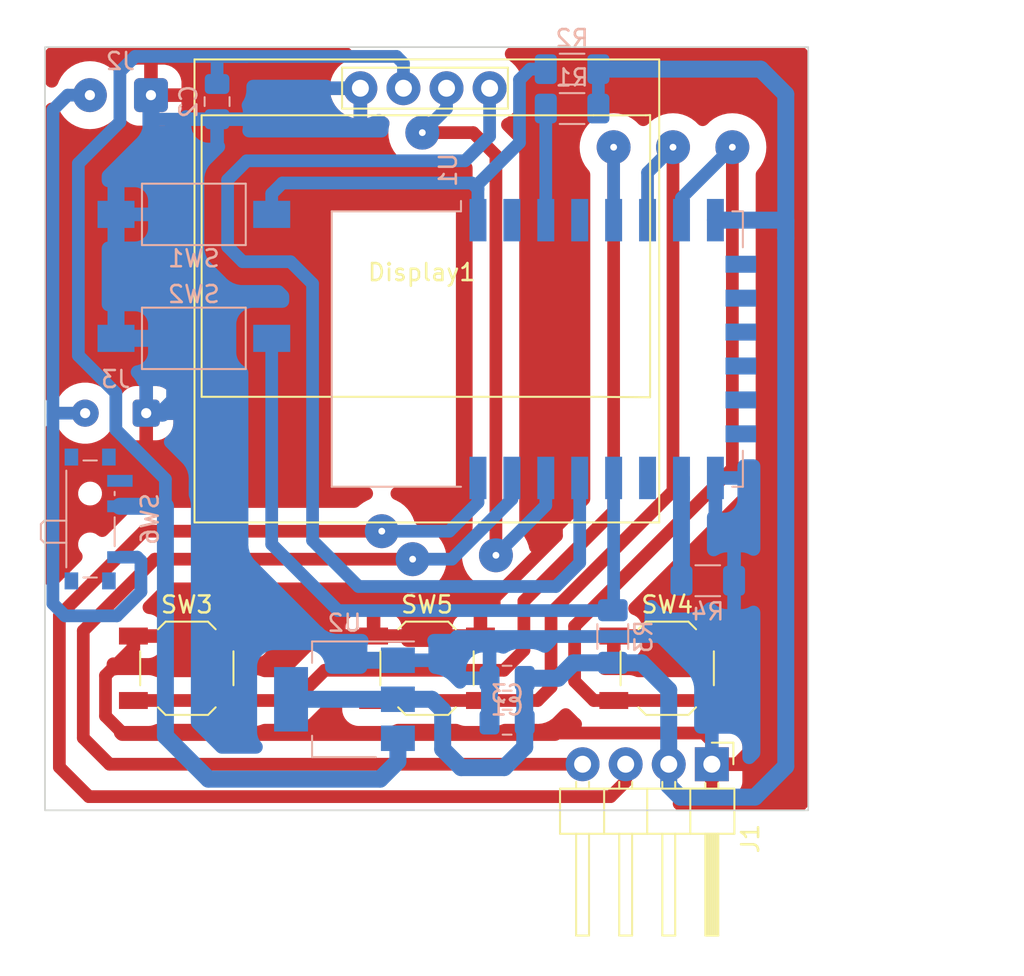
<source format=kicad_pcb>
(kicad_pcb (version 20221018) (generator pcbnew)
  (layers (0 "F.Cu" signal) (31 "B.Cu" signal) (34 "B.Paste" user) (35 "F.Paste" user) (36 "B.SilkS" user "B.Silkscreen") (37 "F.SilkS" user "F.Silkscreen") (38 "B.Mask" user) (39 "F.Mask" user) (44 "Edge.Cuts" user))
  (net 0 "")
  (net 1 "GND")
  (net 2 "+3.3V")
  (net 3 "/VCC_OLED")
  (net 4 "/SCL")
  (net 5 "/SDA")
  (net 6 "/Rx")
  (net 7 "/Tx")
  (net 8 "/VBAT")
  (net 9 "Net-(U1-EN)")
  (net 10 "Net-(U1-~{RST})")
  (net 11 "Net-(U1-GPIO0)")
  (net 12 "Net-(U1-GPIO15)")
  (net 13 "Net-(U1-GPIO14)")
  (net 14 "Net-(U1-GPIO13)")
  (net 15 "Net-(U1-GPIO12)")
  (footprint "Connector_PinHeader_2.54mm:PinHeader_1x04_P2.54mm_Horizontal" (layer "F.Cu") (at 122.97 97.06 -90)
    (fp_text reference "J1" (at 4.385 -2.27 90) (layer "F.SilkS"))
    (fp_text value "FTDI")
    (fp_line (start -1.27 -1.27) (end 0 -1.27) (stroke (width 0.12)) (layer "F.SilkS"))
    (fp_line (start -1.27 0) (end -1.27 -1.27) (stroke (width 0.12)) (layer "F.SilkS"))
    (fp_line (start 1.042929 2.16) (end 1.44 2.16) (stroke (width 0.12)) (layer "F.SilkS"))
    (fp_line (start 1.042929 2.92) (end 1.44 2.92) (stroke (width 0.12)) (layer "F.SilkS"))
    (fp_line (start 1.042929 4.7) (end 1.44 4.7) (stroke (width 0.12)) (layer "F.SilkS"))
    (fp_line (start 1.042929 5.46) (end 1.44 5.46) (stroke (width 0.12)) (layer "F.SilkS"))
    (fp_line (start 1.042929 7.24) (end 1.44 7.24) (stroke (width 0.12)) (layer "F.SilkS"))
    (fp_line (start 1.042929 8) (end 1.44 8) (stroke (width 0.12)) (layer "F.SilkS"))
    (fp_line (start 1.11 -0.38) (end 1.44 -0.38) (stroke (width 0.12)) (layer "F.SilkS"))
    (fp_line (start 1.11 0.38) (end 1.44 0.38) (stroke (width 0.12)) (layer "F.SilkS"))
    (fp_line (start 1.44 -1.33) (end 1.44 8.95) (stroke (width 0.12)) (layer "F.SilkS"))
    (fp_line (start 1.44 1.27) (end 4.1 1.27) (stroke (width 0.12)) (layer "F.SilkS"))
    (fp_line (start 1.44 3.81) (end 4.1 3.81) (stroke (width 0.12)) (layer "F.SilkS"))
    (fp_line (start 1.44 6.35) (end 4.1 6.35) (stroke (width 0.12)) (layer "F.SilkS"))
    (fp_line (start 1.44 8.95) (end 4.1 8.95) (stroke (width 0.12)) (layer "F.SilkS"))
    (fp_line (start 4.1 -1.33) (end 1.44 -1.33) (stroke (width 0.12)) (layer "F.SilkS"))
    (fp_line (start 4.1 -0.38) (end 10.1 -0.38) (stroke (width 0.12)) (layer "F.SilkS"))
    (fp_line (start 4.1 -0.32) (end 10.1 -0.32) (stroke (width 0.12)) (layer "F.SilkS"))
    (fp_line (start 4.1 -0.2) (end 10.1 -0.2) (stroke (width 0.12)) (layer "F.SilkS"))
    (fp_line (start 4.1 -0.08) (end 10.1 -0.08) (stroke (width 0.12)) (layer "F.SilkS"))
    (fp_line (start 4.1 0.04) (end 10.1 0.04) (stroke (width 0.12)) (layer "F.SilkS"))
    (fp_line (start 4.1 0.16) (end 10.1 0.16) (stroke (width 0.12)) (layer "F.SilkS"))
    (fp_line (start 4.1 0.28) (end 10.1 0.28) (stroke (width 0.12)) (layer "F.SilkS"))
    (fp_line (start 4.1 2.16) (end 10.1 2.16) (stroke (width 0.12)) (layer "F.SilkS"))
    (fp_line (start 4.1 4.7) (end 10.1 4.7) (stroke (width 0.12)) (layer "F.SilkS"))
    (fp_line (start 4.1 7.24) (end 10.1 7.24) (stroke (width 0.12)) (layer "F.SilkS"))
    (fp_line (start 4.1 8.95) (end 4.1 -1.33) (stroke (width 0.12)) (layer "F.SilkS"))
    (fp_line (start 10.1 -0.38) (end 10.1 0.38) (stroke (width 0.12)) (layer "F.SilkS"))
    (fp_line (start 10.1 0.38) (end 4.1 0.38) (stroke (width 0.12)) (layer "F.SilkS"))
    (fp_line (start 10.1 2.16) (end 10.1 2.92) (stroke (width 0.12)) (layer "F.SilkS"))
    (fp_line (start 10.1 2.92) (end 4.1 2.92) (stroke (width 0.12)) (layer "F.SilkS"))
    (fp_line (start 10.1 4.7) (end 10.1 5.46) (stroke (width 0.12)) (layer "F.SilkS"))
    (fp_line (start 10.1 5.46) (end 4.1 5.46) (stroke (width 0.12)) (layer "F.SilkS"))
    (fp_line (start 10.1 7.24) (end 10.1 8) (stroke (width 0.12)) (layer "F.SilkS"))
    (fp_line (start 10.1 8) (end 4.1 8) (stroke (width 0.12)) (layer "F.SilkS"))
    (pad "1" thru_hole rect (at 0 0 270) (size 2 2) (drill 1) (layers "*.Cu" "*.Mask") (net 1 "GND"))
    (pad "2" thru_hole oval (at 0 2.54 270) (size 2 2) (drill 1) (layers "*.Cu" "*.Mask") (net 2 "+3.3V"))
    (pad "3" thru_hole oval (at 0 5.08 270) (size 2 2) (drill 1) (layers "*.Cu" "*.Mask") (net 7 "/Tx"))
    (pad "4" thru_hole oval (at 0 7.62 270) (size 2 2) (drill 1) (layers "*.Cu" "*.Mask") (net 6 "/Rx"))
  )
  (footprint "Button_Switch_SMD:SW_SPST_TL3342" (layer "F.Cu") (at 106.1775 91.4025)
    (fp_text reference "SW5" (at 0 -3.75) (layer "F.SilkS"))
    (fp_text value "SW_Push_Dual")
    (fp_line (start -2.75 -1) (end -2.75 1) (stroke (width 0.12)) (layer "F.SilkS"))
    (fp_line (start -1.7 -2.3) (end -1.25 -2.75) (stroke (width 0.12)) (layer "F.SilkS"))
    (fp_line (start -1.7 2.3) (end -1.25 2.75) (stroke (width 0.12)) (layer "F.SilkS"))
    (fp_line (start -1.25 -2.75) (end 1.25 -2.75) (stroke (width 0.12)) (layer "F.SilkS"))
    (fp_line (start -1.25 2.75) (end 1.25 2.75) (stroke (width 0.12)) (layer "F.SilkS"))
    (fp_line (start 1.7 -2.3) (end 1.25 -2.75) (stroke (width 0.12)) (layer "F.SilkS"))
    (fp_line (start 1.7 2.3) (end 1.25 2.75) (stroke (width 0.12)) (layer "F.SilkS"))
    (fp_line (start 2.75 -1) (end 2.75 1) (stroke (width 0.12)) (layer "F.SilkS"))
    (pad "1" smd rect (at -3.15 -1.9) (size 1.7 1) (layers "F.Cu" "F.Paste" "F.Mask") (net 1 "GND"))
    (pad "1" smd rect (at 3.15 -1.9) (size 1.7 1) (layers "F.Cu" "F.Paste" "F.Mask") (net 1 "GND"))
    (pad "2" smd rect (at -3.15 1.9) (size 1.7 1) (layers "F.Cu" "F.Paste" "F.Mask") (net 15 "Net-(U1-GPIO12)"))
    (pad "2" smd rect (at 3.15 1.9) (size 1.7 1) (layers "F.Cu" "F.Paste" "F.Mask") (net 15 "Net-(U1-GPIO12)"))
  )
  (footprint "EESTN5-v2:128x64OLED" (layer "F.Cu") (at 105.8675 67.8025)
    (fp_text reference "Display1" (at 0 0.254) (layer "F.SilkS"))
    (fp_text value "SSD1306-SSD1306-128x64_OLED")
    (fp_line (start -13.4 -12.3) (end 14 -12.3) (stroke (width 0.12)) (layer "F.SilkS"))
    (fp_line (start -13.4 15) (end -13.4 -12.3) (stroke (width 0.12)) (layer "F.SilkS"))
    (fp_line (start -12.978 -9.005) (end 10.122 -9.005) (stroke (width 0.12)) (layer "F.SilkS"))
    (fp_line (start -12.978 7.595) (end -12.978 -9.005) (stroke (width 0.12)) (layer "F.SilkS"))
    (fp_line (start -4.699 -11.811) (end -4.699 -9.398) (stroke (width 0.12)) (layer "F.SilkS"))
    (fp_line (start -4.699 -11.811) (end 5.08 -11.811) (stroke (width 0.12)) (layer "F.SilkS"))
    (fp_line (start 5.08 -11.811) (end 5.08 -9.398) (stroke (width 0.12)) (layer "F.SilkS"))
    (fp_line (start 5.08 -9.398) (end -4.699 -9.398) (stroke (width 0.12)) (layer "F.SilkS"))
    (fp_line (start 10.122 -9.005) (end 13.208 -9.005) (stroke (width 0.12)) (layer "F.SilkS"))
    (fp_line (start 10.122 7.595) (end -12.978 7.595) (stroke (width 0.12)) (layer "F.SilkS"))
    (fp_line (start 10.122 7.595) (end 13.462 7.62) (stroke (width 0.12)) (layer "F.SilkS"))
    (fp_line (start 13.462 -9.017) (end 13.208 -9.005) (stroke (width 0.12)) (layer "F.SilkS"))
    (fp_line (start 13.462 7.62) (end 13.462 -9.017) (stroke (width 0.12)) (layer "F.SilkS"))
    (fp_line (start 14 -12.3) (end 14 15) (stroke (width 0.12)) (layer "F.SilkS"))
    (fp_line (start 14 15) (end -13.4 15) (stroke (width 0.12)) (layer "F.SilkS"))
    (pad "1" thru_hole oval (at -3.62 -10.6 90) (size 2 2) (drill 1) (layers "*.Cu" "*.Mask") (net 1 "GND"))
    (pad "2" thru_hole oval (at -1.08 -10.6 90) (size 2 2) (drill 1) (layers "*.Cu" "*.Mask") (net 3 "/VCC_OLED"))
    (pad "3" thru_hole oval (at 1.46 -10.6 90) (size 2 2) (drill 1) (layers "*.Cu" "*.Mask") (net 4 "/SCL"))
    (pad "4" thru_hole oval (at 4 -10.6 90) (size 2 2) (drill 1) (layers "*.Cu" "*.Mask") (net 5 "/SDA"))
  )
  (footprint "Button_Switch_SMD:SW_SPST_TL3342" (layer "F.Cu") (at 92.015 91.4025)
    (fp_text reference "SW3" (at 0 -3.75) (layer "F.SilkS"))
    (fp_text value "SW_Push_Dual")
    (fp_line (start -2.75 -1) (end -2.75 1) (stroke (width 0.12)) (layer "F.SilkS"))
    (fp_line (start -1.7 -2.3) (end -1.25 -2.75) (stroke (width 0.12)) (layer "F.SilkS"))
    (fp_line (start -1.7 2.3) (end -1.25 2.75) (stroke (width 0.12)) (layer "F.SilkS"))
    (fp_line (start -1.25 -2.75) (end 1.25 -2.75) (stroke (width 0.12)) (layer "F.SilkS"))
    (fp_line (start -1.25 2.75) (end 1.25 2.75) (stroke (width 0.12)) (layer "F.SilkS"))
    (fp_line (start 1.7 -2.3) (end 1.25 -2.75) (stroke (width 0.12)) (layer "F.SilkS"))
    (fp_line (start 1.7 2.3) (end 1.25 2.75) (stroke (width 0.12)) (layer "F.SilkS"))
    (fp_line (start 2.75 -1) (end 2.75 1) (stroke (width 0.12)) (layer "F.SilkS"))
    (pad "1" smd rect (at -3.15 -1.9) (size 1.7 1) (layers "F.Cu" "F.Paste" "F.Mask") (net 1 "GND"))
    (pad "1" smd rect (at 3.15 -1.9) (size 1.7 1) (layers "F.Cu" "F.Paste" "F.Mask") (net 1 "GND"))
    (pad "2" smd rect (at -3.15 1.9) (size 1.7 1) (layers "F.Cu" "F.Paste" "F.Mask") (net 13 "Net-(U1-GPIO14)"))
    (pad "2" smd rect (at 3.15 1.9) (size 1.7 1) (layers "F.Cu" "F.Paste" "F.Mask") (net 13 "Net-(U1-GPIO14)"))
  )
  (footprint "Button_Switch_SMD:SW_SPST_TL3342" (layer "F.Cu") (at 120.34 91.4025)
    (fp_text reference "SW4" (at 0 -3.75) (layer "F.SilkS"))
    (fp_text value "SW_Push_Dual")
    (fp_line (start -2.75 -1) (end -2.75 1) (stroke (width 0.12)) (layer "F.SilkS"))
    (fp_line (start -1.7 -2.3) (end -1.25 -2.75) (stroke (width 0.12)) (layer "F.SilkS"))
    (fp_line (start -1.7 2.3) (end -1.25 2.75) (stroke (width 0.12)) (layer "F.SilkS"))
    (fp_line (start -1.25 -2.75) (end 1.25 -2.75) (stroke (width 0.12)) (layer "F.SilkS"))
    (fp_line (start -1.25 2.75) (end 1.25 2.75) (stroke (width 0.12)) (layer "F.SilkS"))
    (fp_line (start 1.7 -2.3) (end 1.25 -2.75) (stroke (width 0.12)) (layer "F.SilkS"))
    (fp_line (start 1.7 2.3) (end 1.25 2.75) (stroke (width 0.12)) (layer "F.SilkS"))
    (fp_line (start 2.75 -1) (end 2.75 1) (stroke (width 0.12)) (layer "F.SilkS"))
    (pad "1" smd rect (at -3.15 -1.9) (size 1.7 1) (layers "F.Cu" "F.Paste" "F.Mask") (net 1 "GND"))
    (pad "1" smd rect (at 3.15 -1.9) (size 1.7 1) (layers "F.Cu" "F.Paste" "F.Mask") (net 1 "GND"))
    (pad "2" smd rect (at -3.15 1.9) (size 1.7 1) (layers "F.Cu" "F.Paste" "F.Mask") (net 14 "Net-(U1-GPIO13)"))
    (pad "2" smd rect (at 3.15 1.9) (size 1.7 1) (layers "F.Cu" "F.Paste" "F.Mask") (net 14 "Net-(U1-GPIO13)"))
  )
  (footprint "Button_Switch_SMD:SW_SPST_FSMSM" (layer "B.Cu") (at 92.43 64.64)
    (fp_text reference "SW1" (at 0 2.6) (layer "B.SilkS") (effects (justify mirror)))
    (fp_text value "SW_Push")
    (fp_line (start -3.06 -1.81) (end -3.06 1.81) (stroke (width 0.12)) (layer "B.SilkS"))
    (fp_line (start -3.06 1.81) (end 3.06 1.81) (stroke (width 0.12)) (layer "B.SilkS"))
    (fp_line (start 3.06 -1.81) (end -3.06 -1.81) (stroke (width 0.12)) (layer "B.SilkS"))
    (fp_line (start 3.06 1.81) (end 3.06 -1.81) (stroke (width 0.12)) (layer "B.SilkS"))
    (pad "1" smd rect (at -4.59 0) (size 2.18 1.6) (layers "B.Cu" "B.Paste" "B.Mask") (net 1 "GND"))
    (pad "2" smd rect (at 4.59 0) (size 2.18 1.6) (layers "B.Cu" "B.Paste" "B.Mask") (net 10 "Net-(U1-~{RST})"))
  )
  (footprint "Capacitor_SMD:C_0805_2012Metric_Pad1.18x1.45mm_HandSolder" (layer "B.Cu") (at 110.9 94.58 180)
    (fp_text reference "C3" (at 0 1.68) (layer "B.SilkS") (effects (justify mirror)))
    (fp_text value "1uF")
    (fp_line (start -0.261252 -0.735) (end 0.261252 -0.735) (stroke (width 0.12)) (layer "B.SilkS"))
    (fp_line (start -0.261252 0.735) (end 0.261252 0.735) (stroke (width 0.12)) (layer "B.SilkS"))
    (pad "1" smd roundrect (at -1.0375 0 180) (size 1.175 1.45) (layers "B.Cu" "B.Paste" "B.Mask") (roundrect_rratio 0.2127659574) (net 2 "+3.3V"))
    (pad "2" smd roundrect (at 1.0375 0 180) (size 1.175 1.45) (layers "B.Cu" "B.Paste" "B.Mask") (roundrect_rratio 0.2127659574) (net 1 "GND"))
  )
  (footprint "Package_TO_SOT_SMD:SOT-223-3_TabPin2" (layer "B.Cu") (at 101.31 93.23 180)
    (fp_text reference "U2" (at 0 4.5) (layer "B.SilkS") (effects (justify mirror)))
    (fp_text value "AMS1117-3.3")
    (fp_line (start -4.1 3.41) (end 1.91 3.41) (stroke (width 0.12)) (layer "B.SilkS"))
    (fp_line (start -1.85 -3.41) (end 1.91 -3.41) (stroke (width 0.12)) (layer "B.SilkS"))
    (fp_line (start 1.91 -3.41) (end 1.91 -2.15) (stroke (width 0.12)) (layer "B.SilkS"))
    (fp_line (start 1.91 3.41) (end 1.91 2.15) (stroke (width 0.12)) (layer "B.SilkS"))
    (pad "1" smd rect (at -3.15 2.3 180) (size 2 1.5) (layers "B.Cu" "B.Paste" "B.Mask") (net 1 "GND"))
    (pad "2" smd rect (at -3.15 0 180) (size 2 1.5) (layers "B.Cu" "B.Paste" "B.Mask") (net 2 "+3.3V"))
    (pad "2" smd rect (at 3.15 0 180) (size 2 3.8) (layers "B.Cu" "B.Paste" "B.Mask") (net 2 "+3.3V"))
    (pad "3" smd rect (at -3.15 -2.3 180) (size 2 1.5) (layers "B.Cu" "B.Paste" "B.Mask") (net 3 "/VCC_OLED"))
  )
  (footprint "Button_Switch_SMD:SW_SPDT_PCM12" (layer "B.Cu") (at 86.64 82.6 90)
    (fp_text reference "SW6" (at 0 3.2 90) (layer "B.SilkS") (effects (justify mirror)))
    (fp_text value "SW_SPST")
    (fp_line (start -3.45 0.07) (end -3.45 -0.72) (stroke (width 0.12)) (layer "B.SilkS"))
    (fp_line (start -2.85 -1.73) (end 2.85 -1.73) (stroke (width 0.12)) (layer "B.SilkS"))
    (fp_line (start -1.6 1.12) (end 0.1 1.12) (stroke (width 0.12)) (layer "B.SilkS"))
    (fp_line (start -1.4 -3.02) (end -1.2 -3.23) (stroke (width 0.12)) (layer "B.SilkS"))
    (fp_line (start -1.4 -1.73) (end -1.4 -3.02) (stroke (width 0.12)) (layer "B.SilkS"))
    (fp_line (start -1.2 -3.23) (end -0.3 -3.23) (stroke (width 0.12)) (layer "B.SilkS"))
    (fp_line (start -0.1 -3.02) (end -0.3 -3.23) (stroke (width 0.12)) (layer "B.SilkS"))
    (fp_line (start -0.1 -3.02) (end -0.1 -1.73) (stroke (width 0.12)) (layer "B.SilkS"))
    (fp_line (start 1.4 1.12) (end 1.6 1.12) (stroke (width 0.12)) (layer "B.SilkS"))
    (fp_line (start 3.45 -0.72) (end 3.45 0.07) (stroke (width 0.12)) (layer "B.SilkS"))
    (pad "" smd rect (at -3.65 -1.43 90) (size 1 0.8) (layers "B.Cu" "B.Paste" "B.Mask"))
    (pad "" smd rect (at -3.65 0.78 90) (size 1 0.8) (layers "B.Cu" "B.Paste" "B.Mask"))
    (pad "" np_thru_hole circle (at -1.5 -0.33 90) (size 0.9 0.9) (drill 0.9) (layers "*.Cu" "*.Mask"))
    (pad "" np_thru_hole circle (at 1.5 -0.33 90) (size 0.9 0.9) (drill 0.9) (layers "*.Cu" "*.Mask"))
    (pad "" smd rect (at 3.65 -1.43 90) (size 1 0.8) (layers "B.Cu" "B.Paste" "B.Mask"))
    (pad "" smd rect (at 3.65 0.78 90) (size 1 0.8) (layers "B.Cu" "B.Paste" "B.Mask"))
    (pad "1" smd rect (at -2.25 1.43 90) (size 0.7 1.5) (layers "B.Cu" "B.Paste" "B.Mask") (net 8 "/VBAT"))
    (pad "2" smd rect (at 0.75 1.43 90) (size 0.7 1.5) (layers "B.Cu" "B.Paste" "B.Mask") (net 3 "/VCC_OLED"))
    (pad "3" smd rect (at 2.25 1.43 90) (size 0.7 1.5) (layers "B.Cu" "B.Paste" "B.Mask"))
  )
  (footprint "Connector_Wire:SolderWire-0.1sqmm_1x02_P3.6mm_D0.4mm_OD1mm" (layer "B.Cu") (at 89.9 57.61 180)
    (fp_text reference "J2" (at 1.8 2) (layer "B.SilkS") (effects (justify mirror)))
    (fp_text value "Input_BAT")
    (pad "1" thru_hole roundrect (at 0 0 180) (size 2 2) (drill 0.6) (layers "*.Cu" "*.Mask") (roundrect_rratio 0.15625) (net 1 "GND"))
    (pad "2" thru_hole circle (at 3.6 0 180) (size 2 2) (drill 0.6) (layers "*.Cu" "*.Mask") (net 8 "/VBAT"))
  )
  (footprint "Capacitor_SMD:C_0805_2012Metric_Pad1.18x1.45mm_HandSolder" (layer "B.Cu") (at 110.9 91.99)
    (fp_text reference "C1" (at 0 1.68 -360) (layer "B.SilkS") (effects (justify mirror)))
    (fp_text value "10uF")
    (fp_line (start -0.261252 -0.735) (end 0.261252 -0.735) (stroke (width 0.12)) (layer "B.SilkS"))
    (fp_line (start -0.261252 0.735) (end 0.261252 0.735) (stroke (width 0.12)) (layer "B.SilkS"))
    (pad "1" smd roundrect (at -1.0375 0) (size 1.175 1.45) (layers "B.Cu" "B.Paste" "B.Mask") (roundrect_rratio 0.2127659574) (net 1 "GND"))
    (pad "2" smd roundrect (at 1.0375 0) (size 1.175 1.45) (layers "B.Cu" "B.Paste" "B.Mask") (roundrect_rratio 0.2127659574) (net 2 "+3.3V"))
  )
  (footprint "Button_Switch_SMD:SW_SPST_FSMSM" (layer "B.Cu") (at 92.43 71.95 180)
    (fp_text reference "SW2" (at 0 2.6) (layer "B.SilkS") (effects (justify mirror)))
    (fp_text value "SW_Push")
    (fp_line (start -3.06 -1.81) (end -3.06 1.81) (stroke (width 0.12)) (layer "B.SilkS"))
    (fp_line (start -3.06 1.81) (end 3.06 1.81) (stroke (width 0.12)) (layer "B.SilkS"))
    (fp_line (start 3.06 -1.81) (end -3.06 -1.81) (stroke (width 0.12)) (layer "B.SilkS"))
    (fp_line (start 3.06 1.81) (end 3.06 -1.81) (stroke (width 0.12)) (layer "B.SilkS"))
    (pad "1" smd rect (at -4.59 0 180) (size 2.18 1.6) (layers "B.Cu" "B.Paste" "B.Mask") (net 11 "Net-(U1-GPIO0)"))
    (pad "2" smd rect (at 4.59 0 180) (size 2.18 1.6) (layers "B.Cu" "B.Paste" "B.Mask") (net 1 "GND"))
  )
  (footprint "Connector_Wire:SolderWire-0.1sqmm_1x02_P3.6mm_D0.4mm_OD1mm" (layer "B.Cu") (at 89.62 76.36 180)
    (fp_text reference "J3" (at 1.8 2) (layer "B.SilkS") (effects (justify mirror)))
    (fp_text value "Input_Charger")
    (pad "1" thru_hole roundrect (at 0 0 180) (size 1.6 1.6) (drill 0.6) (layers "*.Cu" "*.Mask") (roundrect_rratio 0.15625) (net 1 "GND"))
    (pad "2" thru_hole circle (at 3.6 0 180) (size 1.6 1.6) (drill 0.6) (layers "*.Cu" "*.Mask") (net 8 "/VBAT"))
  )
  (footprint "Resistor_SMD:R_1206_3216Metric_Pad1.30x1.75mm_HandSolder" (layer "B.Cu") (at 117.13 89.53 90)
    (fp_text reference "R3" (at 0 1.82 90) (layer "B.SilkS") (effects (justify mirror)))
    (fp_text value "10K")
    (fp_line (start -0.727064 -0.91) (end 0.727064 -0.91) (stroke (width 0.12)) (layer "B.SilkS"))
    (fp_line (start -0.727064 0.91) (end 0.727064 0.91) (stroke (width 0.12)) (layer "B.SilkS"))
    (pad "1" smd roundrect (at -1.55 0 90) (size 1.3 1.75) (layers "B.Cu" "B.Paste" "B.Mask") (roundrect_rratio 0.1923076923) (net 2 "+3.3V"))
    (pad "2" smd roundrect (at 1.55 0 90) (size 1.3 1.75) (layers "B.Cu" "B.Paste" "B.Mask") (roundrect_rratio 0.1923076923) (net 11 "Net-(U1-GPIO0)"))
  )
  (footprint "Capacitor_SMD:C_0805_2012Metric_Pad1.18x1.45mm_HandSolder" (layer "B.Cu") (at 93.8 57.99 -90)
    (fp_text reference "C2" (at 0 1.68 -270) (layer "B.SilkS") (effects (justify mirror)))
    (fp_text value "1uF")
    (fp_line (start -0.261252 -0.735) (end 0.261252 -0.735) (stroke (width 0.12)) (layer "B.SilkS"))
    (fp_line (start -0.261252 0.735) (end 0.261252 0.735) (stroke (width 0.12)) (layer "B.SilkS"))
    (pad "1" smd roundrect (at -1.0375 0 270) (size 1.175 1.45) (layers "B.Cu" "B.Paste" "B.Mask") (roundrect_rratio 0.2127659574) (net 3 "/VCC_OLED"))
    (pad "2" smd roundrect (at 1.0375 0 270) (size 1.175 1.45) (layers "B.Cu" "B.Paste" "B.Mask") (roundrect_rratio 0.2127659574) (net 1 "GND"))
  )
  (footprint "RF_Module:ESP-12E" (layer "B.Cu") (at 112.68 72.58 -90)
    (fp_text reference "U1" (at -10.56 5.26 90) (layer "B.SilkS") (effects (justify mirror)))
    (fp_text value "ESP-12F")
    (fp_line (start -8.12 -12.12) (end -8.12 -11.5) (stroke (width 0.12)) (layer "B.SilkS"))
    (fp_line (start -8.12 4.5) (end -8.73 4.5) (stroke (width 0.12)) (layer "B.SilkS"))
    (fp_line (start -8.12 4.5) (end -8.12 12.12) (stroke (width 0.12)) (layer "B.SilkS"))
    (fp_line (start -8.12 12.12) (end 8.12 12.12) (stroke (width 0.12)) (layer "B.SilkS"))
    (fp_line (start -6 -12.12) (end -8.12 -12.12) (stroke (width 0.12)) (layer "B.SilkS"))
    (fp_line (start 8.12 -12.12) (end 6 -12.12) (stroke (width 0.12)) (layer "B.SilkS"))
    (fp_line (start 8.12 -11.5) (end 8.12 -12.12) (stroke (width 0.12)) (layer "B.SilkS"))
    (fp_line (start 8.12 12.12) (end 8.12 4.5) (stroke (width 0.12)) (layer "B.SilkS"))
    (pad "1" smd rect (at -7.6 3.5 270) (size 2.5 1) (layers "B.Cu" "B.Paste" "B.Mask") (net 10 "Net-(U1-~{RST})"))
    (pad "2" smd rect (at -7.6 1.5 270) (size 2.5 1) (layers "B.Cu" "B.Paste" "B.Mask"))
    (pad "3" smd rect (at -7.6 -0.5 270) (size 2.5 1) (layers "B.Cu" "B.Paste" "B.Mask") (net 9 "Net-(U1-EN)"))
    (pad "4" smd rect (at -7.6 -2.5 270) (size 2.5 1) (layers "B.Cu" "B.Paste" "B.Mask"))
    (pad "5" smd rect (at -7.6 -4.5 270) (size 2.5 1) (layers "B.Cu" "B.Paste" "B.Mask") (net 13 "Net-(U1-GPIO14)"))
    (pad "6" smd rect (at -7.6 -6.5 270) (size 2.5 1) (layers "B.Cu" "B.Paste" "B.Mask") (net 15 "Net-(U1-GPIO12)"))
    (pad "7" smd rect (at -7.6 -8.5 270) (size 2.5 1) (layers "B.Cu" "B.Paste" "B.Mask") (net 14 "Net-(U1-GPIO13)"))
    (pad "8" smd rect (at -7.6 -10.5 270) (size 2.5 1) (layers "B.Cu" "B.Paste" "B.Mask") (net 2 "+3.3V"))
    (pad "9" smd rect (at -5 -12 270) (size 1 1.8) (layers "B.Cu" "B.Paste" "B.Mask"))
    (pad "10" smd rect (at -3 -12 270) (size 1 1.8) (layers "B.Cu" "B.Paste" "B.Mask"))
    (pad "11" smd rect (at -1 -12 270) (size 1 1.8) (layers "B.Cu" "B.Paste" "B.Mask"))
    (pad "12" smd rect (at 1 -12 270) (size 1 1.8) (layers "B.Cu" "B.Paste" "B.Mask"))
    (pad "13" smd rect (at 3 -12 270) (size 1 1.8) (layers "B.Cu" "B.Paste" "B.Mask"))
    (pad "14" smd rect (at 5 -12 270) (size 1 1.8) (layers "B.Cu" "B.Paste" "B.Mask"))
    (pad "15" smd rect (at 7.6 -10.5 270) (size 2.5 1) (layers "B.Cu" "B.Paste" "B.Mask") (net 1 "GND"))
    (pad "16" smd rect (at 7.6 -8.5 270) (size 2.5 1) (layers "B.Cu" "B.Paste" "B.Mask") (net 12 "Net-(U1-GPIO15)"))
    (pad "17" smd rect (at 7.6 -6.5 270) (size 2.5 1) (layers "B.Cu" "B.Paste" "B.Mask"))
    (pad "18" smd rect (at 7.6 -4.5 270) (size 2.5 1) (layers "B.Cu" "B.Paste" "B.Mask") (net 11 "Net-(U1-GPIO0)"))
    (pad "19" smd rect (at 7.6 -2.5 270) (size 2.5 1) (layers "B.Cu" "B.Paste" "B.Mask") (net 5 "/SDA"))
    (pad "20" smd rect (at 7.6 -0.5 270) (size 2.5 1) (layers "B.Cu" "B.Paste" "B.Mask") (net 4 "/SCL"))
    (pad "21" smd rect (at 7.6 1.5 270) (size 2.5 1) (layers "B.Cu" "B.Paste" "B.Mask") (net 6 "/Rx"))
    (pad "22" smd rect (at 7.6 3.5 270) (size 2.5 1) (layers "B.Cu" "B.Paste" "B.Mask") (net 7 "/Tx"))
    (zone (net 0) (net_name "") (layers "*.Cu") (connect_pads (clearance 0)) (min_thickness 0.254)
      (keepout (tracks not_allowed) (vias not_allowed) (pads not_allowed) (copperpour not_allowed) (footprints not_allowed))
      (fill (thermal_gap 0.508) (thermal_bridge_width 0.508))
      (polygon (pts (xy 107.88 64.46) (xy 107.88 80.7) (xy 100.56 80.7) (xy 100.56 64.46)))
    )
  )
  (footprint "Resistor_SMD:R_1206_3216Metric_Pad1.30x1.75mm_HandSolder" (layer "B.Cu") (at 122.73 86.24)
    (fp_text reference "R4" (at 0 1.82) (layer "B.SilkS") (effects (justify mirror)))
    (fp_text value "10K")
    (fp_line (start -0.727064 -0.91) (end 0.727064 -0.91) (stroke (width 0.12)) (layer "B.SilkS"))
    (fp_line (start -0.727064 0.91) (end 0.727064 0.91) (stroke (width 0.12)) (layer "B.SilkS"))
    (pad "1" smd roundrect (at -1.55 0) (size 1.3 1.75) (layers "B.Cu" "B.Paste" "B.Mask") (roundrect_rratio 0.1923076923) (net 12 "Net-(U1-GPIO15)"))
    (pad "2" smd roundrect (at 1.55 0) (size 1.3 1.75) (layers "B.Cu" "B.Paste" "B.Mask") (roundrect_rratio 0.1923076923) (net 1 "GND"))
  )
  (footprint "Resistor_SMD:R_1206_3216Metric_Pad1.30x1.75mm_HandSolder" (layer "B.Cu") (at 114.73 58.4 180)
    (fp_text reference "R1" (at 0 1.82) (layer "B.SilkS") (effects (justify mirror)))
    (fp_text value "10K")
    (fp_line (start -0.727064 -0.91) (end 0.727064 -0.91) (stroke (width 0.12)) (layer "B.SilkS"))
    (fp_line (start -0.727064 0.91) (end 0.727064 0.91) (stroke (width 0.12)) (layer "B.SilkS"))
    (pad "1" smd roundrect (at -1.55 0 180) (size 1.3 1.75) (layers "B.Cu" "B.Paste" "B.Mask") (roundrect_rratio 0.1923076923) (net 2 "+3.3V"))
    (pad "2" smd roundrect (at 1.55 0 180) (size 1.3 1.75) (layers "B.Cu" "B.Paste" "B.Mask") (roundrect_rratio 0.1923076923) (net 9 "Net-(U1-EN)"))
  )
  (footprint "Resistor_SMD:R_1206_3216Metric_Pad1.30x1.75mm_HandSolder" (layer "B.Cu") (at 114.73 56.0775 180)
    (fp_text reference "R2" (at 0 1.82) (layer "B.SilkS") (effects (justify mirror)))
    (fp_text value "10K")
    (fp_line (start -0.727064 -0.91) (end 0.727064 -0.91) (stroke (width 0.12)) (layer "B.SilkS"))
    (fp_line (start -0.727064 0.91) (end 0.727064 0.91) (stroke (width 0.12)) (layer "B.SilkS"))
    (pad "1" smd roundrect (at -1.55 0 180) (size 1.3 1.75) (layers "B.Cu" "B.Paste" "B.Mask") (roundrect_rratio 0.1923076923) (net 2 "+3.3V"))
    (pad "2" smd roundrect (at 1.55 0 180) (size 1.3 1.75) (layers "B.Cu" "B.Paste" "B.Mask") (roundrect_rratio 0.1923076923) (net 10 "Net-(U1-~{RST})"))
  )
  (gr_rect (start 83.6525 54.7775) (end 128.6525 99.7775) (stroke (width 0.1)) (fill none) (layer "Edge.Cuts"))
  (segment (start 122.97 97.06) (end 124.44 97.06) (width 0.75) (layer "F.Cu") (net 1))
  (segment (start 88.865 89.5025) (end 88.865 90.185) (width 0.75) (layer "F.Cu") (net 1))
  (segment (start 125.45 90.5) (end 124.4525 89.5025) (width 0.75) (layer "F.Cu") (net 1))
  (segment (start 88.865 89.5025) (end 88.87 89.4975) (width 0.75) (layer "F.Cu") (net 1))
  (segment (start 127.06 59.87) (end 127.06 79.24) (width 0.75) (layer "F.Cu") (net 1))
  (segment (start 103.0275 89.5025) (end 109.3275 89.5025) (width 0.75) (layer "F.Cu") (net 1))
  (segment (start 122.49 95.22) (end 122.97 95.7) (width 0.75) (layer "F.Cu") (net 1))
  (segment (start 109.3275 89.5025) (end 109.3275 88.0725) (width 0.75) (layer "F.Cu") (net 1))
  (segment (start 125.45 80.85) (end 125.45 90.5) (width 0.75) (layer "F.Cu") (net 1))
  (segment (start 113.81 83.59) (end 113.81 60.17) (width 0.75) (layer "F.Cu") (net 1))
  (segment (start 124.44 97.06) (end 125.45 96.05) (width 0.75) (layer "F.Cu") (net 1))
  (segment (start 88.22 95.22) (end 122.49 95.22) (width 0.75) (layer "F.Cu") (net 1))
  (segment (start 87.22 91.83) (end 87.22 94.22) (width 0.75) (layer "F.Cu") (net 1))
  (segment (start 127.06 79.24) (end 125.45 80.85) (width 0.75) (layer "F.Cu") (net 1))
  (segment (start 125.47 58.28) (end 127.06 59.87) (width 0.75) (layer "F.Cu") (net 1))
  (segment (start 115.7 58.28) (end 125.47 58.28) (width 0.75) (layer "F.Cu") (net 1))
  (segment (start 88.865 90.185) (end 87.22 91.83) (width 0.75) (layer "F.Cu") (net 1))
  (segment (start 113.81 60.17) (end 115.7 58.28) (width 0.75) (layer "F.Cu") (net 1))
  (segment (start 125.45 96.05) (end 125.45 90.5) (width 0.75) (layer "F.Cu") (net 1))
  (segment (start 122.97 95.7) (end 122.97 97.06) (width 0.75) (layer "F.Cu") (net 1))
  (segment (start 109.3275 88.0725) (end 113.81 83.59) (width 0.75) (layer "F.Cu") (net 1))
  (segment (start 103.0275 89.5025) (end 95.165 89.5025) (width 0.75) (layer "F.Cu") (net 1))
  (segment (start 123.49 89.5025) (end 117.19 89.5025) (width 0.75) (layer "F.Cu") (net 1))
  (segment (start 124.4525 89.5025) (end 123.49 89.5025) (width 0.75) (layer "F.Cu") (net 1))
  (segment (start 95.16 89.4975) (end 95.165 89.5025) (width 0.75) (layer "F.Cu") (net 1))
  (segment (start 88.865 89.5025) (end 95.165 89.5025) (width 0.75) (layer "F.Cu") (net 1))
  (segment (start 87.22 94.22) (end 88.22 95.22) (width 0.75) (layer "F.Cu") (net 1))
  (segment (start 99.67 89.37) (end 101.23 90.93) (width 1) (layer "B.Cu") (net 1))
  (segment (start 106.53 90.93) (end 104.46 90.93) (width 0.75) (layer "B.Cu") (net 1))
  (segment (start 91.3 75.63) (end 90.57 76.36) (width 1) (layer "B.Cu") (net 1))
  (segment (start 124.28 86.24) (end 124.28 83.84) (width 0.75) (layer "B.Cu") (net 1))
  (segment (start 97.71 89.37) (end 99.67 89.37) (width 1) (layer "B.Cu") (net 1))
  (segment (start 91.3 71.95) (end 92.44 71.95) (width 1) (layer "B.Cu") (net 1))
  (segment (start 124.28 89.1675) (end 122.9675 90.48) (width 0.75) (layer "B.Cu") (net 1))
  (segment (start 102.3575 57.2275) (end 102.3325 57.2025) (width 0.75) (layer "B.Cu") (net 1))
  (segment (start 123.917501 89.529999) (end 109.880001 89.529999) (width 0.75) (layer "B.Cu") (net 1))
  (segment (start 101.23 90.93) (end 104.46 90.93) (width 1) (layer "B.Cu") (net 1))
  (segment (start 109.8625 94.58) (end 109.8625 91.99) (width 1) (layer "B.Cu") (net 1))
  (segment (start 89.9525 59.0275) (end 89.9 59.08) (width 0.75) (layer "B.Cu") (net 1))
  (segment (start 93.77 73.28) (end 93.77 85.43) (width 1) (layer "B.Cu") (net 1))
  (segment (start 91.3 71.95) (end 91.3 75.63) (width 1) (layer "B.Cu") (net 1))
  (segment (start 124.28 89.1675) (end 123.917501 89.529999) (width 0.75) (layer "B.Cu") (net 1))
  (segment (start 87.84 71.95) (end 91.3 71.95) (width 1) (layer "B.Cu") (net 1))
  (segment (start 89.9 60.54) (end 89.4 61.04) (width 1) (layer "B.Cu") (net 1))
  (segment (start 124.28 83.84) (end 123.18 82.74) (width 0.75) (layer "B.Cu") (net 1))
  (segment (start 93.8 59.0275) (end 89.9525 59.0275) (width 0.75) (layer "B.Cu") (net 1))
  (segment (start 102.3325 57.2025) (end 98.6675 57.2025) (width 0.75) (layer "B.Cu") (net 1))
  (segment (start 109.8625 92.01) (end 109.8825 91.99) (width 1) (layer "B.Cu") (net 1))
  (segment (start 122.9675 97.0575) (end 122.97 97.06) (width 0.75) (layer "B.Cu") (net 1))
  (segment (start 122.9675 90.48) (end 122.9675 97.0575) (width 0.75) (layer "B.Cu") (net 1))
  (segment (start 87.84 64.64) (end 87.84 71.95) (width 1) (layer "B.Cu") (net 1))
  (segment (start 87.84 62.6) (end 89.4 61.04) (width 1) (layer "B.Cu") (net 1))
  (segment (start 124.28 86.24) (end 124.28 89.1675) (width 0.75) (layer "B.Cu") (net 1))
  (segment (start 109.880001 89.529999) (end 107.930001 89.529999) (width 0.75) (layer "B.Cu") (net 1))
  (segment (start 90.57 76.36) (end 89.62 76.36) (width 1) (layer "B.Cu") (net 1))
  (segment (start 98.6675 57.2025) (end 96.8425 59.0275) (width 0.75) (layer "B.Cu") (net 1))
  (segment (start 87.84 64.64) (end 87.84 62.6) (width 1) (layer "B.Cu") (net 1))
  (segment (start 92.44 71.95) (end 93.77 73.28) (width 1) (layer "B.Cu") (net 1))
  (segment (start 109.880001 91.972499) (end 109.8625 91.99) (width 0.75) (layer "B.Cu") (net 1))
  (segment (start 89.9 57.61) (end 89.9 60.54) (width 1) (layer "B.Cu") (net 1))
  (segment (start 93.77 85.43) (end 97.71 89.37) (width 1) (layer "B.Cu") (net 1))
  (segment (start 123.18 82.74) (end 123.18 80.18) (width 0.75) (layer "B.Cu") (net 1))
  (segment (start 107.930001 89.529999) (end 106.53 90.93) (width 0.75) (layer "B.Cu") (net 1))
  (segment (start 96.8425 59.0275) (end 93.8 59.0275) (width 0.75) (layer "B.Cu") (net 1))
  (segment (start 109.880001 89.529999) (end 109.880001 91.972499) (width 0.75) (layer "B.Cu") (net 1))
  (segment (start 93.8 59.0275) (end 93.76 59.0675) (width 0.75) (layer "B.Cu") (net 1))
  (segment (start 108.19 97.26) (end 110.73 97.26) (width 1) (layer "B.Cu") (net 2))
  (segment (start 107.1 96.17) (end 108.19 97.26) (width 1) (layer "B.Cu") (net 2))
  (segment (start 104.46 93.23) (end 106.46 93.23) (width 1) (layer "B.Cu") (net 2))
  (segment (start 127.33 97.18) (end 127.33 66.06) (width 1) (layer "B.Cu") (net 2))
  (segment (start 98.16 93.23) (end 104.46 93.23) (width 1) (layer "B.Cu") (net 2))
  (segment (start 118.83 91.08) (end 120.4275 92.6775) (width 1) (layer "B.Cu") (net 2))
  (segment (start 125.8475 56.0775) (end 116.28 56.0775) (width 1) (layer "B.Cu") (net 2))
  (segment (start 110.73 97.26) (end 111.9375 96.0525) (width 1) (layer "B.Cu") (net 2))
  (segment (start 106.46 93.23) (end 107.1 93.87) (width 1) (layer "B.Cu") (net 2))
  (segment (start 117.13 91.08) (end 118.83 91.08) (width 1) (layer "B.Cu") (net 2))
  (segment (start 120.4275 92.6775) (end 120.4275 97.0575) (width 1) (layer "B.Cu") (net 2))
  (segment (start 120.43 98.32) (end 121.11 99) (width 1) (layer "B.Cu") (net 2))
  (segment (start 127.33 66.06) (end 127.33 57.56) (width 1) (layer "B.Cu") (net 2))
  (segment (start 111.9375 94.58) (end 111.9375 91.99) (width 1) (layer "B.Cu") (net 2))
  (segment (start 116.28 58.4) (end 116.28 56.0775) (width 0.75) (layer "B.Cu") (net 2))
  (segment (start 125.51 99) (end 127.33 97.18) (width 1) (layer "B.Cu") (net 2))
  (segment (start 111.9375 96.0525) (end 111.9375 94.58) (width 1) (layer "B.Cu") (net 2))
  (segment (start 127.3 64.98) (end 123.18 64.98) (width 1) (layer "B.Cu") (net 2))
  (segment (start 127.33 66.06) (end 127.33 65.01) (width 1) (layer "B.Cu") (net 2))
  (segment (start 120.43 97.06) (end 120.43 98.32) (width 1) (layer "B.Cu") (net 2))
  (segment (start 121.11 99) (end 125.51 99) (width 1) (layer "B.Cu") (net 2))
  (segment (start 127.33 57.56) (end 125.8475 56.0775) (width 1) (layer "B.Cu") (net 2))
  (segment (start 120.4275 97.0575) (end 120.43 97.06) (width 1) (layer "B.Cu") (net 2))
  (segment (start 111.9375 91.99) (end 113.91 91.99) (width 1) (layer "B.Cu") (net 2))
  (segment (start 127.33 65.01) (end 127.3 64.98) (width 1) (layer "B.Cu") (net 2))
  (segment (start 113.91 91.99) (end 114.82 91.08) (width 1) (layer "B.Cu") (net 2))
  (segment (start 114.82 91.08) (end 117.13 91.08) (width 1) (layer "B.Cu") (net 2))
  (segment (start 107.1 93.87) (end 107.1 96.17) (width 1) (layer "B.Cu") (net 2))
  (segment (start 104.3775 55.3275) (end 104.7875 55.7375) (width 0.75) (layer "B.Cu") (net 3))
  (segment (start 104.46 95.53) (end 104.46 96.89) (width 1) (layer "B.Cu") (net 3))
  (segment (start 85.62 72.96) (end 87.83 75.17) (width 0.75) (layer "B.Cu") (net 3))
  (segment (start 88.07 59.19) (end 85.62 61.64) (width 0.75) (layer "B.Cu") (net 3))
  (segment (start 90.752498 80.252498) (end 90.752498 81.852499) (width 0.75) (layer "B.Cu") (net 3))
  (segment (start 88.9625 55.3275) (end 88.07 56.22) (width 0.75) (layer "B.Cu") (net 3))
  (segment (start 93.75 55.3275) (end 95.5425 55.3275) (width 0.75) (layer "B.Cu") (net 3))
  (segment (start 104.46 96.89) (end 103.41 97.94) (width 1) (layer "B.Cu") (net 3))
  (segment (start 93.8 55.3775) (end 93.75 55.3275) (width 0.75) (layer "B.Cu") (net 3))
  (segment (start 90.752498 95.402498) (end 90.752498 81.852499) (width 1) (layer "B.Cu") (net 3))
  (segment (start 88.07 81.85) (end 90.749999 81.85) (width 1) (layer "B.Cu") (net 3))
  (segment (start 93.29 97.94) (end 90.752498 95.402498) (width 1) (layer "B.Cu") (net 3))
  (segment (start 93.8 56.9525) (end 93.8 55.3775) (width 0.75) (layer "B.Cu") (net 3))
  (segment (start 85.62 61.64) (end 85.62 72.96) (width 0.75) (layer "B.Cu") (net 3))
  (segment (start 88.07 56.22) (end 88.07 59.19) (width 0.75) (layer "B.Cu") (net 3))
  (segment (start 87.83 75.17) (end 87.83 77.33) (width 0.75) (layer "B.Cu") (net 3))
  (segment (start 104.7875 55.7375) (end 104.7875 57.2025) (width 0.75) (layer "B.Cu") (net 3))
  (segment (start 95.5425 55.3275) (end 88.9625 55.3275) (width 0.75) (layer "B.Cu") (net 3))
  (segment (start 87.83 77.33) (end 90.752498 80.252498) (width 0.75) (layer "B.Cu") (net 3))
  (segment (start 95.5425 55.3275) (end 104.3775 55.3275) (width 0.75) (layer "B.Cu") (net 3))
  (segment (start 103.41 97.94) (end 93.29 97.94) (width 1) (layer "B.Cu") (net 3))
  (segment (start 90.749999 81.85) (end 90.752498 81.852499) (width 1) (layer "B.Cu") (net 3))
  (segment (start 105.9 59.82) (end 108.9 59.82) (width 0.75) (layer "F.Cu") (net 4))
  (segment (start 108.9 59.82) (end 110.24 61.16) (width 0.75) (layer "F.Cu") (net 4))
  (segment (start 110.24 61.16) (end 110.24 84.74) (width 0.75) (layer "F.Cu") (net 4))
  (via (at 105.9 59.82) (size 2) (drill 0.4) (layers "F.Cu" "B.Cu") (net 4))
  (via (at 110.24 84.74) (size 2) (drill 0.4) (layers "F.Cu" "B.Cu") (net 4))
  (segment (start 113.18 81.8) (end 110.24 84.74) (width 0.75) (layer "B.Cu") (net 4))
  (segment (start 107.3275 58.3925) (end 105.9 59.82) (width 0.75) (layer "B.Cu") (net 4))
  (segment (start 113.18 80.18) (end 113.18 81.8) (width 0.75) (layer "B.Cu") (net 4))
  (segment (start 107.3275 57.2025) (end 107.3275 58.3925) (width 0.75) (layer "B.Cu") (net 4))
  (segment (start 98.13 67.43) (end 95.31 67.43) (width 0.75) (layer "B.Cu") (net 5))
  (segment (start 99.43 83.87) (end 99.43 68.73) (width 0.75) (layer "B.Cu") (net 5))
  (segment (start 94.42 62.61) (end 95.55 61.48) (width 0.75) (layer "B.Cu") (net 5))
  (segment (start 108.42 61.48) (end 109.8675 60.0325) (width 0.75) (layer "B.Cu") (net 5))
  (segment (start 115.18 85.18) (end 113.78 86.58) (width 0.75) (layer "B.Cu") (net 5))
  (segment (start 95.31 67.43) (end 94.42 66.54) (width 0.75) (layer "B.Cu") (net 5))
  (segment (start 102.14 86.58) (end 99.43 83.87) (width 0.75) (layer "B.Cu") (net 5))
  (segment (start 113.78 86.58) (end 102.14 86.58) (width 0.75) (layer "B.Cu") (net 5))
  (segment (start 99.43 68.73) (end 98.13 67.43) (width 0.75) (layer "B.Cu") (net 5))
  (segment (start 94.42 66.54) (end 94.42 62.61) (width 0.75) (layer "B.Cu") (net 5))
  (segment (start 109.8675 60.0325) (end 109.8675 57.2025) (width 0.75) (layer "B.Cu") (net 5))
  (segment (start 95.55 61.48) (end 108.42 61.48) (width 0.75) (layer "B.Cu") (net 5))
  (segment (start 115.18 80.18) (end 115.18 85.18) (width 0.75) (layer "B.Cu") (net 5))
  (segment (start 87.46 97.06) (end 85.91 95.51) (width 0.75) (layer "F.Cu") (net 6))
  (segment (start 115.35 97.06) (end 87.46 97.06) (width 0.75) (layer "F.Cu") (net 6))
  (segment (start 90.13 84.97) (end 105.33 84.97) (width 0.75) (layer "F.Cu") (net 6))
  (segment (start 85.91 89.19) (end 90.13 84.97) (width 0.75) (layer "F.Cu") (net 6))
  (segment (start 85.91 95.51) (end 85.91 89.19) (width 0.75) (layer "F.Cu") (net 6))
  (via (at 105.33 84.97) (size 2) (drill 0.4) (layers "F.Cu" "B.Cu") (net 6))
  (segment (start 111.18 81.43) (end 107.64 84.97) (width 0.75) (layer "B.Cu") (net 6))
  (segment (start 111.18 80.18) (end 111.18 81.43) (width 0.75) (layer "B.Cu") (net 6))
  (segment (start 107.64 84.97) (end 105.33 84.97) (width 0.75) (layer "B.Cu") (net 6))
  (segment (start 117.89 97.06) (end 117.89 98.08) (width 0.75) (layer "F.Cu") (net 7))
  (segment (start 84.5 97.23) (end 84.5 88.3) (width 0.75) (layer "F.Cu") (net 7))
  (segment (start 84.5 88.3) (end 89.48 83.32) (width 0.75) (layer "F.Cu") (net 7))
  (segment (start 117.89 98.08) (end 117 98.97) (width 0.75) (layer "F.Cu") (net 7))
  (segment (start 86.24 98.97) (end 84.5 97.23) (width 0.75) (layer "F.Cu") (net 7))
  (segment (start 89.48 83.32) (end 103.51 83.32) (width 0.75) (layer "F.Cu") (net 7))
  (segment (start 117 98.97) (end 86.24 98.97) (width 0.75) (layer "F.Cu") (net 7))
  (via (at 103.51 83.32) (size 2) (drill 0.4) (layers "F.Cu" "B.Cu") (net 7))
  (segment (start 107.49 83.32) (end 103.51 83.32) (width 0.75) (layer "B.Cu") (net 7))
  (segment (start 109.18 81.63) (end 107.49 83.32) (width 0.75) (layer "B.Cu") (net 7))
  (segment (start 109.18 80.18) (end 109.18 81.63) (width 0.75) (layer "B.Cu") (net 7))
  (segment (start 89.31 86.89) (end 89.31 85.07) (width 0.75) (layer "B.Cu") (net 8))
  (segment (start 87.89 88.31) (end 89.31 86.89) (width 0.75) (layer "B.Cu") (net 8))
  (segment (start 86.3 57.61) (end 84.99 57.61) (width 0.75) (layer "B.Cu") (net 8))
  (segment (start 89.09 84.85) (end 88.07 84.85) (width 0.75) (layer "B.Cu") (net 8))
  (segment (start 84.3 76.36) (end 86.02 76.36) (width 0.75) (layer "B.Cu") (net 8))
  (segment (start 84.12 76.54) (end 84.12 87.59) (width 0.75) (layer "B.Cu") (net 8))
  (segment (start 84.84 88.31) (end 87.89 88.31) (width 0.75) (layer "B.Cu") (net 8))
  (segment (start 84.12 87.59) (end 84.84 88.31) (width 0.75) (layer "B.Cu") (net 8))
  (segment (start 84.99 57.61) (end 84.12 58.48) (width 0.75) (layer "B.Cu") (net 8))
  (segment (start 84.12 76.54) (end 84.3 76.36) (width 0.75) (layer "B.Cu") (net 8))
  (segment (start 89.31 85.07) (end 89.09 84.85) (width 0.75) (layer "B.Cu") (net 8))
  (segment (start 84.12 58.48) (end 84.12 76.54) (width 0.75) (layer "B.Cu") (net 8))
  (segment (start 113.18 58.4) (end 113.18 64.98) (width 0.75) (layer "B.Cu") (net 9))
  (segment (start 112.2525 56.0775) (end 111.63 56.7) (width 0.75) (layer "B.Cu") (net 10))
  (segment (start 111.63 56.7) (end 111.63 60.41) (width 0.75) (layer "B.Cu") (net 10))
  (segment (start 108.82 62.79) (end 97.65 62.79) (width 0.75) (layer "B.Cu") (net 10))
  (segment (start 113.18 56.0775) (end 112.2525 56.0775) (width 0.75) (layer "B.Cu") (net 10))
  (segment (start 111.63 60.41) (end 109.18 62.86) (width 0.75) (layer "B.Cu") (net 10))
  (segment (start 109.18 64.98) (end 109.18 63.15) (width 0.75) (layer "B.Cu") (net 10))
  (segment (start 109.18 62.86) (end 109.18 63.15) (width 0.75) (layer "B.Cu") (net 10))
  (segment (start 97.65 62.79) (end 97.02 63.42) (width 0.75) (layer "B.Cu") (net 10))
  (segment (start 97.02 63.42) (end 97.02 64.64) (width 0.75) (layer "B.Cu") (net 10))
  (segment (start 109.18 63.15) (end 108.82 62.79) (width 0.75) (layer "B.Cu") (net 10))
  (segment (start 117.18 87.93) (end 117.18 80.18) (width 0.75) (layer "B.Cu") (net 11))
  (segment (start 97.02 71.95) (end 97.02 84.09) (width 0.75) (layer "B.Cu") (net 11))
  (segment (start 117.13 87.98) (end 117.23 87.88) (width 0.75) (layer "B.Cu") (net 11))
  (segment (start 117.11 88) (end 117.13 87.98) (width 0.75) (layer "B.Cu") (net 11))
  (segment (start 100.93 88) (end 117.11 88) (width 0.75) (layer "B.Cu") (net 11))
  (segment (start 97.02 84.09) (end 100.93 88) (width 0.75) (layer "B.Cu") (net 11))
  (segment (start 117.13 87.98) (end 117.18 87.93) (width 0.75) (layer "B.Cu") (net 11))
  (segment (start 121.18 86.24) (end 121.18 80.18) (width 1) (layer "B.Cu") (net 12))
  (segment (start 110.71 91.52) (end 111.89 90.34) (width 0.75) (layer "F.Cu") (net 13))
  (segment (start 100.15 91.52) (end 110.71 91.52) (width 0.75) (layer "F.Cu") (net 13))
  (segment (start 98.3675 93.3025) (end 100.15 91.52) (width 0.75) (layer "F.Cu") (net 13))
  (segment (start 111.89 87.44) (end 117.18 82.15) (width 0.75) (layer "F.Cu") (net 13))
  (segment (start 95.165 93.3025) (end 98.3675 93.3025) (width 0.75) (layer "F.Cu") (net 13))
  (segment (start 117.18 82.15) (end 117.18 60.68) (width 0.75) (layer "F.Cu") (net 13))
  (segment (start 95.165 93.3025) (end 88.865 93.3025) (width 0.75) (layer "F.Cu") (net 13))
  (segment (start 111.89 90.34) (end 111.89 87.44) (width 0.75) (layer "F.Cu") (net 13))
  (via (at 117.18 60.68) (size 2) (drill 0.4) (layers "F.Cu" "B.Cu") (net 13))
  (segment (start 117.18 64.98) (end 117.18 60.68) (width 0.75) (layer "B.Cu") (net 13))
  (segment (start 124.18 79.62) (end 124.18 60.68) (width 0.75) (layer "F.Cu") (net 14))
  (segment (start 114.88 88.92) (end 124.18 79.62) (width 0.75) (layer "F.Cu") (net 14))
  (segment (start 117.19 93.3025) (end 123.49 93.3025) (width 0.75) (layer "F.Cu") (net 14))
  (segment (start 117.19 93.3025) (end 116.0125 93.3025) (width 0.75) (layer "F.Cu") (net 14))
  (segment (start 116.0125 93.3025) (end 114.88 92.17) (width 0.75) (layer "F.Cu") (net 14))
  (segment (start 114.88 92.17) (end 114.88 88.92) (width 0.75) (layer "F.Cu") (net 14))
  (via (at 124.18 60.68) (size 2) (drill 0.4) (layers "F.Cu" "B.Cu") (net 14))
  (segment (start 121.18 63.67) (end 124.17 60.68) (width 0.75) (layer "B.Cu") (net 14))
  (segment (start 121.18 64.98) (end 121.18 63.67) (width 0.75) (layer "B.Cu") (net 14))
  (segment (start 124.17 60.68) (end 124.18 60.68) (width 0.75) (layer "B.Cu") (net 14))
  (segment (start 109.3275 93.3025) (end 103.0275 93.3025) (width 0.75) (layer "F.Cu") (net 15))
  (segment (start 109.3275 93.3025) (end 112.6975 93.3025) (width 0.75) (layer "F.Cu") (net 15))
  (segment (start 120.68 80.95) (end 120.68 60.68) (width 0.75) (layer "F.Cu") (net 15))
  (segment (start 113.49 88.14) (end 120.68 80.95) (width 0.75) (layer "F.Cu") (net 15))
  (segment (start 113.49 92.51) (end 113.49 88.14) (width 0.75) (layer "F.Cu") (net 15))
  (segment (start 112.6975 93.3025) (end 113.49 92.51) (width 0.75) (layer "F.Cu") (net 15))
  (via (at 120.68 60.68) (size 2) (drill 0.4) (layers "F.Cu" "B.Cu") (net 15))
  (segment (start 119.18 64.98) (end 119.18 62.18) (width 0.75) (layer "B.Cu") (net 15))
  (segment (start 119.18 62.18) (end 120.68 60.68) (width 0.75) (layer "B.Cu") (net 15))
  (zone (net 1) (net_name "GND") (layers "F&B.Cu") (connect_pads (clearance 1)) (min_thickness 0.8) (fill yes (thermal_gap 0.8) (thermal_bridge_width 0.8))
    (polygon (pts (xy 81 52) (xy 131 52) (xy 131 101) (xy 81 101)))
  )
)
</source>
